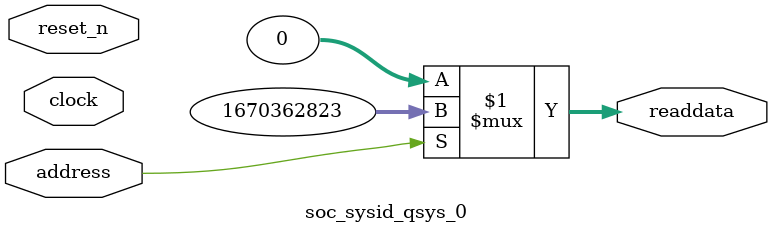
<source format=v>



// synthesis translate_off
`timescale 1ns / 1ps
// synthesis translate_on

// turn off superfluous verilog processor warnings 
// altera message_level Level1 
// altera message_off 10034 10035 10036 10037 10230 10240 10030 

module soc_sysid_qsys_0 (
               // inputs:
                address,
                clock,
                reset_n,

               // outputs:
                readdata
             )
;

  output  [ 31: 0] readdata;
  input            address;
  input            clock;
  input            reset_n;

  wire    [ 31: 0] readdata;
  //control_slave, which is an e_avalon_slave
  assign readdata = address ? 1670362823 : 0;

endmodule



</source>
